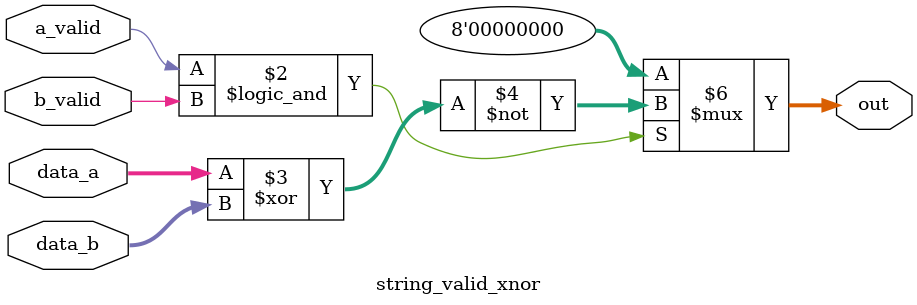
<source format=sv>
module string_valid_xnor (a_valid, b_valid, data_a, data_b, out);
    input a_valid, b_valid;
    input wire [7:0] data_a, data_b;
    output reg [7:0] out;

    always @(*) begin
        if (a_valid && b_valid) begin
            out = ~(data_a ^ data_b);
        end else begin
            out = 8'b0;
        end
    end
endmodule
</source>
